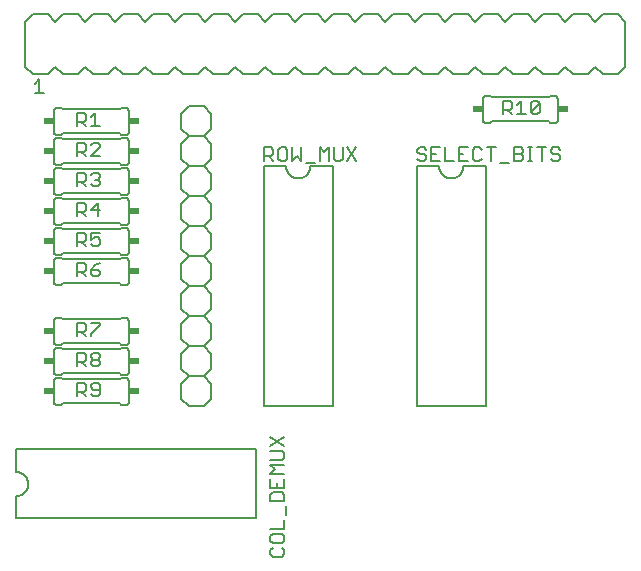
<source format=gto>
G75*
%MOIN*%
%OFA0B0*%
%FSLAX25Y25*%
%IPPOS*%
%LPD*%
%AMOC8*
5,1,8,0,0,1.08239X$1,22.5*
%
%ADD10C,0.00600*%
%ADD11C,0.00500*%
%ADD12R,0.03400X0.02400*%
D10*
X0026492Y0050118D02*
X0026492Y0057618D01*
X0026618Y0057620D01*
X0026743Y0057626D01*
X0026868Y0057636D01*
X0026993Y0057650D01*
X0027118Y0057667D01*
X0027242Y0057689D01*
X0027365Y0057714D01*
X0027487Y0057744D01*
X0027608Y0057777D01*
X0027728Y0057814D01*
X0027847Y0057854D01*
X0027964Y0057899D01*
X0028081Y0057947D01*
X0028195Y0057999D01*
X0028308Y0058054D01*
X0028419Y0058113D01*
X0028528Y0058175D01*
X0028635Y0058241D01*
X0028740Y0058310D01*
X0028843Y0058382D01*
X0028944Y0058457D01*
X0029042Y0058536D01*
X0029137Y0058618D01*
X0029230Y0058702D01*
X0029320Y0058790D01*
X0029408Y0058880D01*
X0029492Y0058973D01*
X0029574Y0059068D01*
X0029653Y0059166D01*
X0029728Y0059267D01*
X0029800Y0059370D01*
X0029869Y0059475D01*
X0029935Y0059582D01*
X0029997Y0059691D01*
X0030056Y0059802D01*
X0030111Y0059915D01*
X0030163Y0060029D01*
X0030211Y0060146D01*
X0030256Y0060263D01*
X0030296Y0060382D01*
X0030333Y0060502D01*
X0030366Y0060623D01*
X0030396Y0060745D01*
X0030421Y0060868D01*
X0030443Y0060992D01*
X0030460Y0061117D01*
X0030474Y0061242D01*
X0030484Y0061367D01*
X0030490Y0061492D01*
X0030492Y0061618D01*
X0030490Y0061744D01*
X0030484Y0061869D01*
X0030474Y0061994D01*
X0030460Y0062119D01*
X0030443Y0062244D01*
X0030421Y0062368D01*
X0030396Y0062491D01*
X0030366Y0062613D01*
X0030333Y0062734D01*
X0030296Y0062854D01*
X0030256Y0062973D01*
X0030211Y0063090D01*
X0030163Y0063207D01*
X0030111Y0063321D01*
X0030056Y0063434D01*
X0029997Y0063545D01*
X0029935Y0063654D01*
X0029869Y0063761D01*
X0029800Y0063866D01*
X0029728Y0063969D01*
X0029653Y0064070D01*
X0029574Y0064168D01*
X0029492Y0064263D01*
X0029408Y0064356D01*
X0029320Y0064446D01*
X0029230Y0064534D01*
X0029137Y0064618D01*
X0029042Y0064700D01*
X0028944Y0064779D01*
X0028843Y0064854D01*
X0028740Y0064926D01*
X0028635Y0064995D01*
X0028528Y0065061D01*
X0028419Y0065123D01*
X0028308Y0065182D01*
X0028195Y0065237D01*
X0028081Y0065289D01*
X0027964Y0065337D01*
X0027847Y0065382D01*
X0027728Y0065422D01*
X0027608Y0065459D01*
X0027487Y0065492D01*
X0027365Y0065522D01*
X0027242Y0065547D01*
X0027118Y0065569D01*
X0026993Y0065586D01*
X0026868Y0065600D01*
X0026743Y0065610D01*
X0026618Y0065616D01*
X0026492Y0065618D01*
X0026492Y0073118D01*
X0106492Y0073118D01*
X0106492Y0050118D01*
X0026492Y0050118D01*
X0040000Y0088000D02*
X0041500Y0088000D01*
X0042000Y0088500D01*
X0061000Y0088500D01*
X0061500Y0088000D01*
X0063000Y0088000D01*
X0063060Y0088002D01*
X0063121Y0088007D01*
X0063180Y0088016D01*
X0063239Y0088029D01*
X0063298Y0088045D01*
X0063355Y0088065D01*
X0063410Y0088088D01*
X0063465Y0088115D01*
X0063517Y0088144D01*
X0063568Y0088177D01*
X0063617Y0088213D01*
X0063663Y0088251D01*
X0063707Y0088293D01*
X0063749Y0088337D01*
X0063787Y0088383D01*
X0063823Y0088432D01*
X0063856Y0088483D01*
X0063885Y0088535D01*
X0063912Y0088590D01*
X0063935Y0088645D01*
X0063955Y0088702D01*
X0063971Y0088761D01*
X0063984Y0088820D01*
X0063993Y0088879D01*
X0063998Y0088940D01*
X0064000Y0089000D01*
X0064000Y0096000D01*
X0063998Y0096060D01*
X0063993Y0096121D01*
X0063984Y0096180D01*
X0063971Y0096239D01*
X0063955Y0096298D01*
X0063935Y0096355D01*
X0063912Y0096410D01*
X0063885Y0096465D01*
X0063856Y0096517D01*
X0063823Y0096568D01*
X0063787Y0096617D01*
X0063749Y0096663D01*
X0063707Y0096707D01*
X0063663Y0096749D01*
X0063617Y0096787D01*
X0063568Y0096823D01*
X0063517Y0096856D01*
X0063465Y0096885D01*
X0063410Y0096912D01*
X0063355Y0096935D01*
X0063298Y0096955D01*
X0063239Y0096971D01*
X0063180Y0096984D01*
X0063121Y0096993D01*
X0063060Y0096998D01*
X0063000Y0097000D01*
X0061500Y0097000D01*
X0061000Y0096500D01*
X0042000Y0096500D01*
X0041500Y0097000D01*
X0040000Y0097000D01*
X0040000Y0098000D02*
X0041500Y0098000D01*
X0042000Y0098500D01*
X0061000Y0098500D01*
X0061500Y0098000D01*
X0063000Y0098000D01*
X0063060Y0098002D01*
X0063121Y0098007D01*
X0063180Y0098016D01*
X0063239Y0098029D01*
X0063298Y0098045D01*
X0063355Y0098065D01*
X0063410Y0098088D01*
X0063465Y0098115D01*
X0063517Y0098144D01*
X0063568Y0098177D01*
X0063617Y0098213D01*
X0063663Y0098251D01*
X0063707Y0098293D01*
X0063749Y0098337D01*
X0063787Y0098383D01*
X0063823Y0098432D01*
X0063856Y0098483D01*
X0063885Y0098535D01*
X0063912Y0098590D01*
X0063935Y0098645D01*
X0063955Y0098702D01*
X0063971Y0098761D01*
X0063984Y0098820D01*
X0063993Y0098879D01*
X0063998Y0098940D01*
X0064000Y0099000D01*
X0064000Y0106000D01*
X0063998Y0106060D01*
X0063993Y0106121D01*
X0063984Y0106180D01*
X0063971Y0106239D01*
X0063955Y0106298D01*
X0063935Y0106355D01*
X0063912Y0106410D01*
X0063885Y0106465D01*
X0063856Y0106517D01*
X0063823Y0106568D01*
X0063787Y0106617D01*
X0063749Y0106663D01*
X0063707Y0106707D01*
X0063663Y0106749D01*
X0063617Y0106787D01*
X0063568Y0106823D01*
X0063517Y0106856D01*
X0063465Y0106885D01*
X0063410Y0106912D01*
X0063355Y0106935D01*
X0063298Y0106955D01*
X0063239Y0106971D01*
X0063180Y0106984D01*
X0063121Y0106993D01*
X0063060Y0106998D01*
X0063000Y0107000D01*
X0061500Y0107000D01*
X0061000Y0106500D01*
X0042000Y0106500D01*
X0041500Y0107000D01*
X0040000Y0107000D01*
X0039940Y0106998D01*
X0039879Y0106993D01*
X0039820Y0106984D01*
X0039761Y0106971D01*
X0039702Y0106955D01*
X0039645Y0106935D01*
X0039590Y0106912D01*
X0039535Y0106885D01*
X0039483Y0106856D01*
X0039432Y0106823D01*
X0039383Y0106787D01*
X0039337Y0106749D01*
X0039293Y0106707D01*
X0039251Y0106663D01*
X0039213Y0106617D01*
X0039177Y0106568D01*
X0039144Y0106517D01*
X0039115Y0106465D01*
X0039088Y0106410D01*
X0039065Y0106355D01*
X0039045Y0106298D01*
X0039029Y0106239D01*
X0039016Y0106180D01*
X0039007Y0106121D01*
X0039002Y0106060D01*
X0039000Y0106000D01*
X0039000Y0099000D01*
X0039002Y0098940D01*
X0039007Y0098879D01*
X0039016Y0098820D01*
X0039029Y0098761D01*
X0039045Y0098702D01*
X0039065Y0098645D01*
X0039088Y0098590D01*
X0039115Y0098535D01*
X0039144Y0098483D01*
X0039177Y0098432D01*
X0039213Y0098383D01*
X0039251Y0098337D01*
X0039293Y0098293D01*
X0039337Y0098251D01*
X0039383Y0098213D01*
X0039432Y0098177D01*
X0039483Y0098144D01*
X0039535Y0098115D01*
X0039590Y0098088D01*
X0039645Y0098065D01*
X0039702Y0098045D01*
X0039761Y0098029D01*
X0039820Y0098016D01*
X0039879Y0098007D01*
X0039940Y0098002D01*
X0040000Y0098000D01*
X0040000Y0097000D02*
X0039940Y0096998D01*
X0039879Y0096993D01*
X0039820Y0096984D01*
X0039761Y0096971D01*
X0039702Y0096955D01*
X0039645Y0096935D01*
X0039590Y0096912D01*
X0039535Y0096885D01*
X0039483Y0096856D01*
X0039432Y0096823D01*
X0039383Y0096787D01*
X0039337Y0096749D01*
X0039293Y0096707D01*
X0039251Y0096663D01*
X0039213Y0096617D01*
X0039177Y0096568D01*
X0039144Y0096517D01*
X0039115Y0096465D01*
X0039088Y0096410D01*
X0039065Y0096355D01*
X0039045Y0096298D01*
X0039029Y0096239D01*
X0039016Y0096180D01*
X0039007Y0096121D01*
X0039002Y0096060D01*
X0039000Y0096000D01*
X0039000Y0089000D01*
X0039002Y0088940D01*
X0039007Y0088879D01*
X0039016Y0088820D01*
X0039029Y0088761D01*
X0039045Y0088702D01*
X0039065Y0088645D01*
X0039088Y0088590D01*
X0039115Y0088535D01*
X0039144Y0088483D01*
X0039177Y0088432D01*
X0039213Y0088383D01*
X0039251Y0088337D01*
X0039293Y0088293D01*
X0039337Y0088251D01*
X0039383Y0088213D01*
X0039432Y0088177D01*
X0039483Y0088144D01*
X0039535Y0088115D01*
X0039590Y0088088D01*
X0039645Y0088065D01*
X0039702Y0088045D01*
X0039761Y0088029D01*
X0039820Y0088016D01*
X0039879Y0088007D01*
X0039940Y0088002D01*
X0040000Y0088000D01*
X0040000Y0108000D02*
X0041500Y0108000D01*
X0042000Y0108500D01*
X0061000Y0108500D01*
X0061500Y0108000D01*
X0063000Y0108000D01*
X0063060Y0108002D01*
X0063121Y0108007D01*
X0063180Y0108016D01*
X0063239Y0108029D01*
X0063298Y0108045D01*
X0063355Y0108065D01*
X0063410Y0108088D01*
X0063465Y0108115D01*
X0063517Y0108144D01*
X0063568Y0108177D01*
X0063617Y0108213D01*
X0063663Y0108251D01*
X0063707Y0108293D01*
X0063749Y0108337D01*
X0063787Y0108383D01*
X0063823Y0108432D01*
X0063856Y0108483D01*
X0063885Y0108535D01*
X0063912Y0108590D01*
X0063935Y0108645D01*
X0063955Y0108702D01*
X0063971Y0108761D01*
X0063984Y0108820D01*
X0063993Y0108879D01*
X0063998Y0108940D01*
X0064000Y0109000D01*
X0064000Y0116000D01*
X0063998Y0116060D01*
X0063993Y0116121D01*
X0063984Y0116180D01*
X0063971Y0116239D01*
X0063955Y0116298D01*
X0063935Y0116355D01*
X0063912Y0116410D01*
X0063885Y0116465D01*
X0063856Y0116517D01*
X0063823Y0116568D01*
X0063787Y0116617D01*
X0063749Y0116663D01*
X0063707Y0116707D01*
X0063663Y0116749D01*
X0063617Y0116787D01*
X0063568Y0116823D01*
X0063517Y0116856D01*
X0063465Y0116885D01*
X0063410Y0116912D01*
X0063355Y0116935D01*
X0063298Y0116955D01*
X0063239Y0116971D01*
X0063180Y0116984D01*
X0063121Y0116993D01*
X0063060Y0116998D01*
X0063000Y0117000D01*
X0061500Y0117000D01*
X0061000Y0116500D01*
X0042000Y0116500D01*
X0041500Y0117000D01*
X0040000Y0117000D01*
X0039940Y0116998D01*
X0039879Y0116993D01*
X0039820Y0116984D01*
X0039761Y0116971D01*
X0039702Y0116955D01*
X0039645Y0116935D01*
X0039590Y0116912D01*
X0039535Y0116885D01*
X0039483Y0116856D01*
X0039432Y0116823D01*
X0039383Y0116787D01*
X0039337Y0116749D01*
X0039293Y0116707D01*
X0039251Y0116663D01*
X0039213Y0116617D01*
X0039177Y0116568D01*
X0039144Y0116517D01*
X0039115Y0116465D01*
X0039088Y0116410D01*
X0039065Y0116355D01*
X0039045Y0116298D01*
X0039029Y0116239D01*
X0039016Y0116180D01*
X0039007Y0116121D01*
X0039002Y0116060D01*
X0039000Y0116000D01*
X0039000Y0109000D01*
X0039002Y0108940D01*
X0039007Y0108879D01*
X0039016Y0108820D01*
X0039029Y0108761D01*
X0039045Y0108702D01*
X0039065Y0108645D01*
X0039088Y0108590D01*
X0039115Y0108535D01*
X0039144Y0108483D01*
X0039177Y0108432D01*
X0039213Y0108383D01*
X0039251Y0108337D01*
X0039293Y0108293D01*
X0039337Y0108251D01*
X0039383Y0108213D01*
X0039432Y0108177D01*
X0039483Y0108144D01*
X0039535Y0108115D01*
X0039590Y0108088D01*
X0039645Y0108065D01*
X0039702Y0108045D01*
X0039761Y0108029D01*
X0039820Y0108016D01*
X0039879Y0108007D01*
X0039940Y0108002D01*
X0040000Y0108000D01*
X0040000Y0128000D02*
X0041500Y0128000D01*
X0042000Y0128500D01*
X0061000Y0128500D01*
X0061500Y0128000D01*
X0063000Y0128000D01*
X0063060Y0128002D01*
X0063121Y0128007D01*
X0063180Y0128016D01*
X0063239Y0128029D01*
X0063298Y0128045D01*
X0063355Y0128065D01*
X0063410Y0128088D01*
X0063465Y0128115D01*
X0063517Y0128144D01*
X0063568Y0128177D01*
X0063617Y0128213D01*
X0063663Y0128251D01*
X0063707Y0128293D01*
X0063749Y0128337D01*
X0063787Y0128383D01*
X0063823Y0128432D01*
X0063856Y0128483D01*
X0063885Y0128535D01*
X0063912Y0128590D01*
X0063935Y0128645D01*
X0063955Y0128702D01*
X0063971Y0128761D01*
X0063984Y0128820D01*
X0063993Y0128879D01*
X0063998Y0128940D01*
X0064000Y0129000D01*
X0064000Y0136000D01*
X0063998Y0136060D01*
X0063993Y0136121D01*
X0063984Y0136180D01*
X0063971Y0136239D01*
X0063955Y0136298D01*
X0063935Y0136355D01*
X0063912Y0136410D01*
X0063885Y0136465D01*
X0063856Y0136517D01*
X0063823Y0136568D01*
X0063787Y0136617D01*
X0063749Y0136663D01*
X0063707Y0136707D01*
X0063663Y0136749D01*
X0063617Y0136787D01*
X0063568Y0136823D01*
X0063517Y0136856D01*
X0063465Y0136885D01*
X0063410Y0136912D01*
X0063355Y0136935D01*
X0063298Y0136955D01*
X0063239Y0136971D01*
X0063180Y0136984D01*
X0063121Y0136993D01*
X0063060Y0136998D01*
X0063000Y0137000D01*
X0061500Y0137000D01*
X0061000Y0136500D01*
X0042000Y0136500D01*
X0041500Y0137000D01*
X0040000Y0137000D01*
X0040000Y0138000D02*
X0041500Y0138000D01*
X0042000Y0138500D01*
X0061000Y0138500D01*
X0061500Y0138000D01*
X0063000Y0138000D01*
X0063060Y0138002D01*
X0063121Y0138007D01*
X0063180Y0138016D01*
X0063239Y0138029D01*
X0063298Y0138045D01*
X0063355Y0138065D01*
X0063410Y0138088D01*
X0063465Y0138115D01*
X0063517Y0138144D01*
X0063568Y0138177D01*
X0063617Y0138213D01*
X0063663Y0138251D01*
X0063707Y0138293D01*
X0063749Y0138337D01*
X0063787Y0138383D01*
X0063823Y0138432D01*
X0063856Y0138483D01*
X0063885Y0138535D01*
X0063912Y0138590D01*
X0063935Y0138645D01*
X0063955Y0138702D01*
X0063971Y0138761D01*
X0063984Y0138820D01*
X0063993Y0138879D01*
X0063998Y0138940D01*
X0064000Y0139000D01*
X0064000Y0146000D01*
X0063998Y0146060D01*
X0063993Y0146121D01*
X0063984Y0146180D01*
X0063971Y0146239D01*
X0063955Y0146298D01*
X0063935Y0146355D01*
X0063912Y0146410D01*
X0063885Y0146465D01*
X0063856Y0146517D01*
X0063823Y0146568D01*
X0063787Y0146617D01*
X0063749Y0146663D01*
X0063707Y0146707D01*
X0063663Y0146749D01*
X0063617Y0146787D01*
X0063568Y0146823D01*
X0063517Y0146856D01*
X0063465Y0146885D01*
X0063410Y0146912D01*
X0063355Y0146935D01*
X0063298Y0146955D01*
X0063239Y0146971D01*
X0063180Y0146984D01*
X0063121Y0146993D01*
X0063060Y0146998D01*
X0063000Y0147000D01*
X0061500Y0147000D01*
X0061000Y0146500D01*
X0042000Y0146500D01*
X0041500Y0147000D01*
X0040000Y0147000D01*
X0039940Y0146998D01*
X0039879Y0146993D01*
X0039820Y0146984D01*
X0039761Y0146971D01*
X0039702Y0146955D01*
X0039645Y0146935D01*
X0039590Y0146912D01*
X0039535Y0146885D01*
X0039483Y0146856D01*
X0039432Y0146823D01*
X0039383Y0146787D01*
X0039337Y0146749D01*
X0039293Y0146707D01*
X0039251Y0146663D01*
X0039213Y0146617D01*
X0039177Y0146568D01*
X0039144Y0146517D01*
X0039115Y0146465D01*
X0039088Y0146410D01*
X0039065Y0146355D01*
X0039045Y0146298D01*
X0039029Y0146239D01*
X0039016Y0146180D01*
X0039007Y0146121D01*
X0039002Y0146060D01*
X0039000Y0146000D01*
X0039000Y0139000D01*
X0039002Y0138940D01*
X0039007Y0138879D01*
X0039016Y0138820D01*
X0039029Y0138761D01*
X0039045Y0138702D01*
X0039065Y0138645D01*
X0039088Y0138590D01*
X0039115Y0138535D01*
X0039144Y0138483D01*
X0039177Y0138432D01*
X0039213Y0138383D01*
X0039251Y0138337D01*
X0039293Y0138293D01*
X0039337Y0138251D01*
X0039383Y0138213D01*
X0039432Y0138177D01*
X0039483Y0138144D01*
X0039535Y0138115D01*
X0039590Y0138088D01*
X0039645Y0138065D01*
X0039702Y0138045D01*
X0039761Y0138029D01*
X0039820Y0138016D01*
X0039879Y0138007D01*
X0039940Y0138002D01*
X0040000Y0138000D01*
X0040000Y0137000D02*
X0039940Y0136998D01*
X0039879Y0136993D01*
X0039820Y0136984D01*
X0039761Y0136971D01*
X0039702Y0136955D01*
X0039645Y0136935D01*
X0039590Y0136912D01*
X0039535Y0136885D01*
X0039483Y0136856D01*
X0039432Y0136823D01*
X0039383Y0136787D01*
X0039337Y0136749D01*
X0039293Y0136707D01*
X0039251Y0136663D01*
X0039213Y0136617D01*
X0039177Y0136568D01*
X0039144Y0136517D01*
X0039115Y0136465D01*
X0039088Y0136410D01*
X0039065Y0136355D01*
X0039045Y0136298D01*
X0039029Y0136239D01*
X0039016Y0136180D01*
X0039007Y0136121D01*
X0039002Y0136060D01*
X0039000Y0136000D01*
X0039000Y0129000D01*
X0039002Y0128940D01*
X0039007Y0128879D01*
X0039016Y0128820D01*
X0039029Y0128761D01*
X0039045Y0128702D01*
X0039065Y0128645D01*
X0039088Y0128590D01*
X0039115Y0128535D01*
X0039144Y0128483D01*
X0039177Y0128432D01*
X0039213Y0128383D01*
X0039251Y0128337D01*
X0039293Y0128293D01*
X0039337Y0128251D01*
X0039383Y0128213D01*
X0039432Y0128177D01*
X0039483Y0128144D01*
X0039535Y0128115D01*
X0039590Y0128088D01*
X0039645Y0128065D01*
X0039702Y0128045D01*
X0039761Y0128029D01*
X0039820Y0128016D01*
X0039879Y0128007D01*
X0039940Y0128002D01*
X0040000Y0128000D01*
X0040000Y0148000D02*
X0041500Y0148000D01*
X0042000Y0148500D01*
X0061000Y0148500D01*
X0061500Y0148000D01*
X0063000Y0148000D01*
X0063060Y0148002D01*
X0063121Y0148007D01*
X0063180Y0148016D01*
X0063239Y0148029D01*
X0063298Y0148045D01*
X0063355Y0148065D01*
X0063410Y0148088D01*
X0063465Y0148115D01*
X0063517Y0148144D01*
X0063568Y0148177D01*
X0063617Y0148213D01*
X0063663Y0148251D01*
X0063707Y0148293D01*
X0063749Y0148337D01*
X0063787Y0148383D01*
X0063823Y0148432D01*
X0063856Y0148483D01*
X0063885Y0148535D01*
X0063912Y0148590D01*
X0063935Y0148645D01*
X0063955Y0148702D01*
X0063971Y0148761D01*
X0063984Y0148820D01*
X0063993Y0148879D01*
X0063998Y0148940D01*
X0064000Y0149000D01*
X0064000Y0156000D01*
X0063998Y0156060D01*
X0063993Y0156121D01*
X0063984Y0156180D01*
X0063971Y0156239D01*
X0063955Y0156298D01*
X0063935Y0156355D01*
X0063912Y0156410D01*
X0063885Y0156465D01*
X0063856Y0156517D01*
X0063823Y0156568D01*
X0063787Y0156617D01*
X0063749Y0156663D01*
X0063707Y0156707D01*
X0063663Y0156749D01*
X0063617Y0156787D01*
X0063568Y0156823D01*
X0063517Y0156856D01*
X0063465Y0156885D01*
X0063410Y0156912D01*
X0063355Y0156935D01*
X0063298Y0156955D01*
X0063239Y0156971D01*
X0063180Y0156984D01*
X0063121Y0156993D01*
X0063060Y0156998D01*
X0063000Y0157000D01*
X0061500Y0157000D01*
X0061000Y0156500D01*
X0042000Y0156500D01*
X0041500Y0157000D01*
X0040000Y0157000D01*
X0040000Y0158000D02*
X0041500Y0158000D01*
X0042000Y0158500D01*
X0061000Y0158500D01*
X0061500Y0158000D01*
X0063000Y0158000D01*
X0063060Y0158002D01*
X0063121Y0158007D01*
X0063180Y0158016D01*
X0063239Y0158029D01*
X0063298Y0158045D01*
X0063355Y0158065D01*
X0063410Y0158088D01*
X0063465Y0158115D01*
X0063517Y0158144D01*
X0063568Y0158177D01*
X0063617Y0158213D01*
X0063663Y0158251D01*
X0063707Y0158293D01*
X0063749Y0158337D01*
X0063787Y0158383D01*
X0063823Y0158432D01*
X0063856Y0158483D01*
X0063885Y0158535D01*
X0063912Y0158590D01*
X0063935Y0158645D01*
X0063955Y0158702D01*
X0063971Y0158761D01*
X0063984Y0158820D01*
X0063993Y0158879D01*
X0063998Y0158940D01*
X0064000Y0159000D01*
X0064000Y0166000D01*
X0063998Y0166060D01*
X0063993Y0166121D01*
X0063984Y0166180D01*
X0063971Y0166239D01*
X0063955Y0166298D01*
X0063935Y0166355D01*
X0063912Y0166410D01*
X0063885Y0166465D01*
X0063856Y0166517D01*
X0063823Y0166568D01*
X0063787Y0166617D01*
X0063749Y0166663D01*
X0063707Y0166707D01*
X0063663Y0166749D01*
X0063617Y0166787D01*
X0063568Y0166823D01*
X0063517Y0166856D01*
X0063465Y0166885D01*
X0063410Y0166912D01*
X0063355Y0166935D01*
X0063298Y0166955D01*
X0063239Y0166971D01*
X0063180Y0166984D01*
X0063121Y0166993D01*
X0063060Y0166998D01*
X0063000Y0167000D01*
X0061500Y0167000D01*
X0061000Y0166500D01*
X0042000Y0166500D01*
X0041500Y0167000D01*
X0040000Y0167000D01*
X0039940Y0166998D01*
X0039879Y0166993D01*
X0039820Y0166984D01*
X0039761Y0166971D01*
X0039702Y0166955D01*
X0039645Y0166935D01*
X0039590Y0166912D01*
X0039535Y0166885D01*
X0039483Y0166856D01*
X0039432Y0166823D01*
X0039383Y0166787D01*
X0039337Y0166749D01*
X0039293Y0166707D01*
X0039251Y0166663D01*
X0039213Y0166617D01*
X0039177Y0166568D01*
X0039144Y0166517D01*
X0039115Y0166465D01*
X0039088Y0166410D01*
X0039065Y0166355D01*
X0039045Y0166298D01*
X0039029Y0166239D01*
X0039016Y0166180D01*
X0039007Y0166121D01*
X0039002Y0166060D01*
X0039000Y0166000D01*
X0039000Y0159000D01*
X0039002Y0158940D01*
X0039007Y0158879D01*
X0039016Y0158820D01*
X0039029Y0158761D01*
X0039045Y0158702D01*
X0039065Y0158645D01*
X0039088Y0158590D01*
X0039115Y0158535D01*
X0039144Y0158483D01*
X0039177Y0158432D01*
X0039213Y0158383D01*
X0039251Y0158337D01*
X0039293Y0158293D01*
X0039337Y0158251D01*
X0039383Y0158213D01*
X0039432Y0158177D01*
X0039483Y0158144D01*
X0039535Y0158115D01*
X0039590Y0158088D01*
X0039645Y0158065D01*
X0039702Y0158045D01*
X0039761Y0158029D01*
X0039820Y0158016D01*
X0039879Y0158007D01*
X0039940Y0158002D01*
X0040000Y0158000D01*
X0040000Y0157000D02*
X0039940Y0156998D01*
X0039879Y0156993D01*
X0039820Y0156984D01*
X0039761Y0156971D01*
X0039702Y0156955D01*
X0039645Y0156935D01*
X0039590Y0156912D01*
X0039535Y0156885D01*
X0039483Y0156856D01*
X0039432Y0156823D01*
X0039383Y0156787D01*
X0039337Y0156749D01*
X0039293Y0156707D01*
X0039251Y0156663D01*
X0039213Y0156617D01*
X0039177Y0156568D01*
X0039144Y0156517D01*
X0039115Y0156465D01*
X0039088Y0156410D01*
X0039065Y0156355D01*
X0039045Y0156298D01*
X0039029Y0156239D01*
X0039016Y0156180D01*
X0039007Y0156121D01*
X0039002Y0156060D01*
X0039000Y0156000D01*
X0039000Y0149000D01*
X0039002Y0148940D01*
X0039007Y0148879D01*
X0039016Y0148820D01*
X0039029Y0148761D01*
X0039045Y0148702D01*
X0039065Y0148645D01*
X0039088Y0148590D01*
X0039115Y0148535D01*
X0039144Y0148483D01*
X0039177Y0148432D01*
X0039213Y0148383D01*
X0039251Y0148337D01*
X0039293Y0148293D01*
X0039337Y0148251D01*
X0039383Y0148213D01*
X0039432Y0148177D01*
X0039483Y0148144D01*
X0039535Y0148115D01*
X0039590Y0148088D01*
X0039645Y0148065D01*
X0039702Y0148045D01*
X0039761Y0148029D01*
X0039820Y0148016D01*
X0039879Y0148007D01*
X0039940Y0148002D01*
X0040000Y0148000D01*
X0040000Y0168000D02*
X0041500Y0168000D01*
X0042000Y0168500D01*
X0061000Y0168500D01*
X0061500Y0168000D01*
X0063000Y0168000D01*
X0063060Y0168002D01*
X0063121Y0168007D01*
X0063180Y0168016D01*
X0063239Y0168029D01*
X0063298Y0168045D01*
X0063355Y0168065D01*
X0063410Y0168088D01*
X0063465Y0168115D01*
X0063517Y0168144D01*
X0063568Y0168177D01*
X0063617Y0168213D01*
X0063663Y0168251D01*
X0063707Y0168293D01*
X0063749Y0168337D01*
X0063787Y0168383D01*
X0063823Y0168432D01*
X0063856Y0168483D01*
X0063885Y0168535D01*
X0063912Y0168590D01*
X0063935Y0168645D01*
X0063955Y0168702D01*
X0063971Y0168761D01*
X0063984Y0168820D01*
X0063993Y0168879D01*
X0063998Y0168940D01*
X0064000Y0169000D01*
X0064000Y0176000D01*
X0063998Y0176060D01*
X0063993Y0176121D01*
X0063984Y0176180D01*
X0063971Y0176239D01*
X0063955Y0176298D01*
X0063935Y0176355D01*
X0063912Y0176410D01*
X0063885Y0176465D01*
X0063856Y0176517D01*
X0063823Y0176568D01*
X0063787Y0176617D01*
X0063749Y0176663D01*
X0063707Y0176707D01*
X0063663Y0176749D01*
X0063617Y0176787D01*
X0063568Y0176823D01*
X0063517Y0176856D01*
X0063465Y0176885D01*
X0063410Y0176912D01*
X0063355Y0176935D01*
X0063298Y0176955D01*
X0063239Y0176971D01*
X0063180Y0176984D01*
X0063121Y0176993D01*
X0063060Y0176998D01*
X0063000Y0177000D01*
X0061500Y0177000D01*
X0061000Y0176500D01*
X0042000Y0176500D01*
X0041500Y0177000D01*
X0040000Y0177000D01*
X0040000Y0178000D02*
X0041500Y0178000D01*
X0042000Y0178500D01*
X0061000Y0178500D01*
X0061500Y0178000D01*
X0063000Y0178000D01*
X0063060Y0178002D01*
X0063121Y0178007D01*
X0063180Y0178016D01*
X0063239Y0178029D01*
X0063298Y0178045D01*
X0063355Y0178065D01*
X0063410Y0178088D01*
X0063465Y0178115D01*
X0063517Y0178144D01*
X0063568Y0178177D01*
X0063617Y0178213D01*
X0063663Y0178251D01*
X0063707Y0178293D01*
X0063749Y0178337D01*
X0063787Y0178383D01*
X0063823Y0178432D01*
X0063856Y0178483D01*
X0063885Y0178535D01*
X0063912Y0178590D01*
X0063935Y0178645D01*
X0063955Y0178702D01*
X0063971Y0178761D01*
X0063984Y0178820D01*
X0063993Y0178879D01*
X0063998Y0178940D01*
X0064000Y0179000D01*
X0064000Y0186000D01*
X0063998Y0186060D01*
X0063993Y0186121D01*
X0063984Y0186180D01*
X0063971Y0186239D01*
X0063955Y0186298D01*
X0063935Y0186355D01*
X0063912Y0186410D01*
X0063885Y0186465D01*
X0063856Y0186517D01*
X0063823Y0186568D01*
X0063787Y0186617D01*
X0063749Y0186663D01*
X0063707Y0186707D01*
X0063663Y0186749D01*
X0063617Y0186787D01*
X0063568Y0186823D01*
X0063517Y0186856D01*
X0063465Y0186885D01*
X0063410Y0186912D01*
X0063355Y0186935D01*
X0063298Y0186955D01*
X0063239Y0186971D01*
X0063180Y0186984D01*
X0063121Y0186993D01*
X0063060Y0186998D01*
X0063000Y0187000D01*
X0061500Y0187000D01*
X0061000Y0186500D01*
X0042000Y0186500D01*
X0041500Y0187000D01*
X0040000Y0187000D01*
X0039940Y0186998D01*
X0039879Y0186993D01*
X0039820Y0186984D01*
X0039761Y0186971D01*
X0039702Y0186955D01*
X0039645Y0186935D01*
X0039590Y0186912D01*
X0039535Y0186885D01*
X0039483Y0186856D01*
X0039432Y0186823D01*
X0039383Y0186787D01*
X0039337Y0186749D01*
X0039293Y0186707D01*
X0039251Y0186663D01*
X0039213Y0186617D01*
X0039177Y0186568D01*
X0039144Y0186517D01*
X0039115Y0186465D01*
X0039088Y0186410D01*
X0039065Y0186355D01*
X0039045Y0186298D01*
X0039029Y0186239D01*
X0039016Y0186180D01*
X0039007Y0186121D01*
X0039002Y0186060D01*
X0039000Y0186000D01*
X0039000Y0179000D01*
X0039002Y0178940D01*
X0039007Y0178879D01*
X0039016Y0178820D01*
X0039029Y0178761D01*
X0039045Y0178702D01*
X0039065Y0178645D01*
X0039088Y0178590D01*
X0039115Y0178535D01*
X0039144Y0178483D01*
X0039177Y0178432D01*
X0039213Y0178383D01*
X0039251Y0178337D01*
X0039293Y0178293D01*
X0039337Y0178251D01*
X0039383Y0178213D01*
X0039432Y0178177D01*
X0039483Y0178144D01*
X0039535Y0178115D01*
X0039590Y0178088D01*
X0039645Y0178065D01*
X0039702Y0178045D01*
X0039761Y0178029D01*
X0039820Y0178016D01*
X0039879Y0178007D01*
X0039940Y0178002D01*
X0040000Y0178000D01*
X0040000Y0177000D02*
X0039940Y0176998D01*
X0039879Y0176993D01*
X0039820Y0176984D01*
X0039761Y0176971D01*
X0039702Y0176955D01*
X0039645Y0176935D01*
X0039590Y0176912D01*
X0039535Y0176885D01*
X0039483Y0176856D01*
X0039432Y0176823D01*
X0039383Y0176787D01*
X0039337Y0176749D01*
X0039293Y0176707D01*
X0039251Y0176663D01*
X0039213Y0176617D01*
X0039177Y0176568D01*
X0039144Y0176517D01*
X0039115Y0176465D01*
X0039088Y0176410D01*
X0039065Y0176355D01*
X0039045Y0176298D01*
X0039029Y0176239D01*
X0039016Y0176180D01*
X0039007Y0176121D01*
X0039002Y0176060D01*
X0039000Y0176000D01*
X0039000Y0169000D01*
X0039002Y0168940D01*
X0039007Y0168879D01*
X0039016Y0168820D01*
X0039029Y0168761D01*
X0039045Y0168702D01*
X0039065Y0168645D01*
X0039088Y0168590D01*
X0039115Y0168535D01*
X0039144Y0168483D01*
X0039177Y0168432D01*
X0039213Y0168383D01*
X0039251Y0168337D01*
X0039293Y0168293D01*
X0039337Y0168251D01*
X0039383Y0168213D01*
X0039432Y0168177D01*
X0039483Y0168144D01*
X0039535Y0168115D01*
X0039590Y0168088D01*
X0039645Y0168065D01*
X0039702Y0168045D01*
X0039761Y0168029D01*
X0039820Y0168016D01*
X0039879Y0168007D01*
X0039940Y0168002D01*
X0040000Y0168000D01*
X0041953Y0198193D02*
X0039453Y0200693D01*
X0036953Y0198193D01*
X0031953Y0198193D01*
X0029453Y0200693D01*
X0029453Y0215693D01*
X0031953Y0218193D01*
X0036953Y0218193D01*
X0039453Y0215693D01*
X0041953Y0218193D01*
X0046953Y0218193D01*
X0049453Y0215693D01*
X0051953Y0218193D01*
X0056953Y0218193D01*
X0059453Y0215693D01*
X0061953Y0218193D01*
X0066953Y0218193D01*
X0069453Y0215693D01*
X0071953Y0218193D01*
X0076953Y0218193D01*
X0079453Y0215693D01*
X0081953Y0218193D01*
X0086953Y0218193D01*
X0089453Y0215693D01*
X0091953Y0218193D01*
X0096953Y0218193D01*
X0099453Y0215693D01*
X0101953Y0218193D01*
X0106953Y0218193D01*
X0109453Y0215693D01*
X0111953Y0218193D01*
X0116953Y0218193D01*
X0119453Y0215693D01*
X0121953Y0218193D01*
X0126953Y0218193D01*
X0129453Y0215693D01*
X0131953Y0218193D01*
X0136953Y0218193D01*
X0139453Y0215693D01*
X0141953Y0218193D01*
X0146953Y0218193D01*
X0149453Y0215693D01*
X0151953Y0218193D01*
X0156953Y0218193D01*
X0159453Y0215693D01*
X0161953Y0218193D01*
X0166953Y0218193D01*
X0169453Y0215693D01*
X0171953Y0218193D01*
X0176953Y0218193D01*
X0179453Y0215693D01*
X0181953Y0218193D01*
X0186953Y0218193D01*
X0189453Y0215693D01*
X0191953Y0218193D01*
X0196953Y0218193D01*
X0199453Y0215693D01*
X0201953Y0218193D01*
X0206953Y0218193D01*
X0209453Y0215693D01*
X0211953Y0218193D01*
X0216953Y0218193D01*
X0219453Y0215693D01*
X0221953Y0218193D01*
X0226953Y0218193D01*
X0229453Y0215693D01*
X0229453Y0200693D01*
X0226953Y0198193D01*
X0221953Y0198193D01*
X0219453Y0200693D01*
X0216953Y0198193D01*
X0211953Y0198193D01*
X0209453Y0200693D01*
X0206953Y0198193D01*
X0201953Y0198193D01*
X0199453Y0200693D01*
X0196953Y0198193D01*
X0191953Y0198193D01*
X0189453Y0200693D01*
X0186953Y0198193D01*
X0181953Y0198193D01*
X0179453Y0200693D01*
X0176953Y0198193D01*
X0171953Y0198193D01*
X0169453Y0200693D01*
X0166953Y0198193D01*
X0161953Y0198193D01*
X0159453Y0200693D01*
X0156953Y0198193D01*
X0151953Y0198193D01*
X0149453Y0200693D01*
X0146953Y0198193D01*
X0141953Y0198193D01*
X0139453Y0200693D01*
X0136953Y0198193D01*
X0131953Y0198193D01*
X0129453Y0200693D01*
X0126953Y0198193D01*
X0121953Y0198193D01*
X0119453Y0200693D01*
X0116953Y0198193D01*
X0111953Y0198193D01*
X0109453Y0200693D01*
X0106953Y0198193D01*
X0101953Y0198193D01*
X0099453Y0200693D01*
X0096953Y0198193D01*
X0091953Y0198193D01*
X0089453Y0200693D01*
X0086953Y0198193D01*
X0081953Y0198193D01*
X0079453Y0200693D01*
X0076953Y0198193D01*
X0071953Y0198193D01*
X0069453Y0200693D01*
X0066953Y0198193D01*
X0061953Y0198193D01*
X0059453Y0200693D01*
X0056953Y0198193D01*
X0051953Y0198193D01*
X0049453Y0200693D01*
X0046953Y0198193D01*
X0041953Y0198193D01*
X0081500Y0185000D02*
X0081500Y0180000D01*
X0084000Y0177500D01*
X0081500Y0175000D01*
X0081500Y0170000D01*
X0084000Y0167500D01*
X0089000Y0167500D01*
X0091500Y0170000D01*
X0091500Y0175000D01*
X0089000Y0177500D01*
X0084000Y0177500D01*
X0089000Y0177500D02*
X0091500Y0180000D01*
X0091500Y0185000D01*
X0089000Y0187500D01*
X0084000Y0187500D01*
X0081500Y0185000D01*
X0084000Y0167500D02*
X0081500Y0165000D01*
X0081500Y0160000D01*
X0084000Y0157500D01*
X0081500Y0155000D01*
X0081500Y0150000D01*
X0084000Y0147500D01*
X0081500Y0145000D01*
X0081500Y0140000D01*
X0084000Y0137500D01*
X0089000Y0137500D01*
X0091500Y0140000D01*
X0091500Y0145000D01*
X0089000Y0147500D01*
X0084000Y0147500D01*
X0089000Y0147500D02*
X0091500Y0150000D01*
X0091500Y0155000D01*
X0089000Y0157500D01*
X0084000Y0157500D01*
X0089000Y0157500D02*
X0091500Y0160000D01*
X0091500Y0165000D01*
X0089000Y0167500D01*
X0109000Y0167500D02*
X0116500Y0167500D01*
X0116502Y0167374D01*
X0116508Y0167249D01*
X0116518Y0167124D01*
X0116532Y0166999D01*
X0116549Y0166874D01*
X0116571Y0166750D01*
X0116596Y0166627D01*
X0116626Y0166505D01*
X0116659Y0166384D01*
X0116696Y0166264D01*
X0116736Y0166145D01*
X0116781Y0166028D01*
X0116829Y0165911D01*
X0116881Y0165797D01*
X0116936Y0165684D01*
X0116995Y0165573D01*
X0117057Y0165464D01*
X0117123Y0165357D01*
X0117192Y0165252D01*
X0117264Y0165149D01*
X0117339Y0165048D01*
X0117418Y0164950D01*
X0117500Y0164855D01*
X0117584Y0164762D01*
X0117672Y0164672D01*
X0117762Y0164584D01*
X0117855Y0164500D01*
X0117950Y0164418D01*
X0118048Y0164339D01*
X0118149Y0164264D01*
X0118252Y0164192D01*
X0118357Y0164123D01*
X0118464Y0164057D01*
X0118573Y0163995D01*
X0118684Y0163936D01*
X0118797Y0163881D01*
X0118911Y0163829D01*
X0119028Y0163781D01*
X0119145Y0163736D01*
X0119264Y0163696D01*
X0119384Y0163659D01*
X0119505Y0163626D01*
X0119627Y0163596D01*
X0119750Y0163571D01*
X0119874Y0163549D01*
X0119999Y0163532D01*
X0120124Y0163518D01*
X0120249Y0163508D01*
X0120374Y0163502D01*
X0120500Y0163500D01*
X0120626Y0163502D01*
X0120751Y0163508D01*
X0120876Y0163518D01*
X0121001Y0163532D01*
X0121126Y0163549D01*
X0121250Y0163571D01*
X0121373Y0163596D01*
X0121495Y0163626D01*
X0121616Y0163659D01*
X0121736Y0163696D01*
X0121855Y0163736D01*
X0121972Y0163781D01*
X0122089Y0163829D01*
X0122203Y0163881D01*
X0122316Y0163936D01*
X0122427Y0163995D01*
X0122536Y0164057D01*
X0122643Y0164123D01*
X0122748Y0164192D01*
X0122851Y0164264D01*
X0122952Y0164339D01*
X0123050Y0164418D01*
X0123145Y0164500D01*
X0123238Y0164584D01*
X0123328Y0164672D01*
X0123416Y0164762D01*
X0123500Y0164855D01*
X0123582Y0164950D01*
X0123661Y0165048D01*
X0123736Y0165149D01*
X0123808Y0165252D01*
X0123877Y0165357D01*
X0123943Y0165464D01*
X0124005Y0165573D01*
X0124064Y0165684D01*
X0124119Y0165797D01*
X0124171Y0165911D01*
X0124219Y0166028D01*
X0124264Y0166145D01*
X0124304Y0166264D01*
X0124341Y0166384D01*
X0124374Y0166505D01*
X0124404Y0166627D01*
X0124429Y0166750D01*
X0124451Y0166874D01*
X0124468Y0166999D01*
X0124482Y0167124D01*
X0124492Y0167249D01*
X0124498Y0167374D01*
X0124500Y0167500D01*
X0132000Y0167500D01*
X0132000Y0087500D01*
X0109000Y0087500D01*
X0109000Y0167500D01*
X0089000Y0137500D02*
X0091500Y0135000D01*
X0091500Y0130000D01*
X0089000Y0127500D01*
X0091500Y0125000D01*
X0091500Y0120000D01*
X0089000Y0117500D01*
X0091500Y0115000D01*
X0091500Y0110000D01*
X0089000Y0107500D01*
X0084000Y0107500D01*
X0081500Y0110000D01*
X0081500Y0115000D01*
X0084000Y0117500D01*
X0081500Y0120000D01*
X0081500Y0125000D01*
X0084000Y0127500D01*
X0081500Y0130000D01*
X0081500Y0135000D01*
X0084000Y0137500D01*
X0084000Y0127500D02*
X0089000Y0127500D01*
X0089000Y0117500D02*
X0084000Y0117500D01*
X0084000Y0107500D02*
X0081500Y0105000D01*
X0081500Y0100000D01*
X0084000Y0097500D01*
X0081500Y0095000D01*
X0081500Y0090000D01*
X0084000Y0087500D01*
X0089000Y0087500D01*
X0091500Y0090000D01*
X0091500Y0095000D01*
X0089000Y0097500D01*
X0084000Y0097500D01*
X0089000Y0097500D02*
X0091500Y0100000D01*
X0091500Y0105000D01*
X0089000Y0107500D01*
X0160000Y0087500D02*
X0183000Y0087500D01*
X0183000Y0167500D01*
X0175500Y0167500D01*
X0175498Y0167374D01*
X0175492Y0167249D01*
X0175482Y0167124D01*
X0175468Y0166999D01*
X0175451Y0166874D01*
X0175429Y0166750D01*
X0175404Y0166627D01*
X0175374Y0166505D01*
X0175341Y0166384D01*
X0175304Y0166264D01*
X0175264Y0166145D01*
X0175219Y0166028D01*
X0175171Y0165911D01*
X0175119Y0165797D01*
X0175064Y0165684D01*
X0175005Y0165573D01*
X0174943Y0165464D01*
X0174877Y0165357D01*
X0174808Y0165252D01*
X0174736Y0165149D01*
X0174661Y0165048D01*
X0174582Y0164950D01*
X0174500Y0164855D01*
X0174416Y0164762D01*
X0174328Y0164672D01*
X0174238Y0164584D01*
X0174145Y0164500D01*
X0174050Y0164418D01*
X0173952Y0164339D01*
X0173851Y0164264D01*
X0173748Y0164192D01*
X0173643Y0164123D01*
X0173536Y0164057D01*
X0173427Y0163995D01*
X0173316Y0163936D01*
X0173203Y0163881D01*
X0173089Y0163829D01*
X0172972Y0163781D01*
X0172855Y0163736D01*
X0172736Y0163696D01*
X0172616Y0163659D01*
X0172495Y0163626D01*
X0172373Y0163596D01*
X0172250Y0163571D01*
X0172126Y0163549D01*
X0172001Y0163532D01*
X0171876Y0163518D01*
X0171751Y0163508D01*
X0171626Y0163502D01*
X0171500Y0163500D01*
X0171374Y0163502D01*
X0171249Y0163508D01*
X0171124Y0163518D01*
X0170999Y0163532D01*
X0170874Y0163549D01*
X0170750Y0163571D01*
X0170627Y0163596D01*
X0170505Y0163626D01*
X0170384Y0163659D01*
X0170264Y0163696D01*
X0170145Y0163736D01*
X0170028Y0163781D01*
X0169911Y0163829D01*
X0169797Y0163881D01*
X0169684Y0163936D01*
X0169573Y0163995D01*
X0169464Y0164057D01*
X0169357Y0164123D01*
X0169252Y0164192D01*
X0169149Y0164264D01*
X0169048Y0164339D01*
X0168950Y0164418D01*
X0168855Y0164500D01*
X0168762Y0164584D01*
X0168672Y0164672D01*
X0168584Y0164762D01*
X0168500Y0164855D01*
X0168418Y0164950D01*
X0168339Y0165048D01*
X0168264Y0165149D01*
X0168192Y0165252D01*
X0168123Y0165357D01*
X0168057Y0165464D01*
X0167995Y0165573D01*
X0167936Y0165684D01*
X0167881Y0165797D01*
X0167829Y0165911D01*
X0167781Y0166028D01*
X0167736Y0166145D01*
X0167696Y0166264D01*
X0167659Y0166384D01*
X0167626Y0166505D01*
X0167596Y0166627D01*
X0167571Y0166750D01*
X0167549Y0166874D01*
X0167532Y0166999D01*
X0167518Y0167124D01*
X0167508Y0167249D01*
X0167502Y0167374D01*
X0167500Y0167500D01*
X0160000Y0167500D01*
X0160000Y0087500D01*
X0183000Y0182000D02*
X0184500Y0182000D01*
X0185000Y0182500D01*
X0204000Y0182500D01*
X0204500Y0182000D01*
X0206000Y0182000D01*
X0206060Y0182002D01*
X0206121Y0182007D01*
X0206180Y0182016D01*
X0206239Y0182029D01*
X0206298Y0182045D01*
X0206355Y0182065D01*
X0206410Y0182088D01*
X0206465Y0182115D01*
X0206517Y0182144D01*
X0206568Y0182177D01*
X0206617Y0182213D01*
X0206663Y0182251D01*
X0206707Y0182293D01*
X0206749Y0182337D01*
X0206787Y0182383D01*
X0206823Y0182432D01*
X0206856Y0182483D01*
X0206885Y0182535D01*
X0206912Y0182590D01*
X0206935Y0182645D01*
X0206955Y0182702D01*
X0206971Y0182761D01*
X0206984Y0182820D01*
X0206993Y0182879D01*
X0206998Y0182940D01*
X0207000Y0183000D01*
X0207000Y0190000D01*
X0206998Y0190060D01*
X0206993Y0190121D01*
X0206984Y0190180D01*
X0206971Y0190239D01*
X0206955Y0190298D01*
X0206935Y0190355D01*
X0206912Y0190410D01*
X0206885Y0190465D01*
X0206856Y0190517D01*
X0206823Y0190568D01*
X0206787Y0190617D01*
X0206749Y0190663D01*
X0206707Y0190707D01*
X0206663Y0190749D01*
X0206617Y0190787D01*
X0206568Y0190823D01*
X0206517Y0190856D01*
X0206465Y0190885D01*
X0206410Y0190912D01*
X0206355Y0190935D01*
X0206298Y0190955D01*
X0206239Y0190971D01*
X0206180Y0190984D01*
X0206121Y0190993D01*
X0206060Y0190998D01*
X0206000Y0191000D01*
X0204500Y0191000D01*
X0204000Y0190500D01*
X0185000Y0190500D01*
X0184500Y0191000D01*
X0183000Y0191000D01*
X0182940Y0190998D01*
X0182879Y0190993D01*
X0182820Y0190984D01*
X0182761Y0190971D01*
X0182702Y0190955D01*
X0182645Y0190935D01*
X0182590Y0190912D01*
X0182535Y0190885D01*
X0182483Y0190856D01*
X0182432Y0190823D01*
X0182383Y0190787D01*
X0182337Y0190749D01*
X0182293Y0190707D01*
X0182251Y0190663D01*
X0182213Y0190617D01*
X0182177Y0190568D01*
X0182144Y0190517D01*
X0182115Y0190465D01*
X0182088Y0190410D01*
X0182065Y0190355D01*
X0182045Y0190298D01*
X0182029Y0190239D01*
X0182016Y0190180D01*
X0182007Y0190121D01*
X0182002Y0190060D01*
X0182000Y0190000D01*
X0182000Y0183000D01*
X0182002Y0182940D01*
X0182007Y0182879D01*
X0182016Y0182820D01*
X0182029Y0182761D01*
X0182045Y0182702D01*
X0182065Y0182645D01*
X0182088Y0182590D01*
X0182115Y0182535D01*
X0182144Y0182483D01*
X0182177Y0182432D01*
X0182213Y0182383D01*
X0182251Y0182337D01*
X0182293Y0182293D01*
X0182337Y0182251D01*
X0182383Y0182213D01*
X0182432Y0182177D01*
X0182483Y0182144D01*
X0182535Y0182115D01*
X0182590Y0182088D01*
X0182645Y0182065D01*
X0182702Y0182045D01*
X0182761Y0182029D01*
X0182820Y0182016D01*
X0182879Y0182007D01*
X0182940Y0182002D01*
X0183000Y0182000D01*
D11*
X0188750Y0184750D02*
X0188750Y0189254D01*
X0191002Y0189254D01*
X0191753Y0188503D01*
X0191753Y0187002D01*
X0191002Y0186251D01*
X0188750Y0186251D01*
X0190251Y0186251D02*
X0191753Y0184750D01*
X0193354Y0184750D02*
X0196356Y0184750D01*
X0194855Y0184750D02*
X0194855Y0189254D01*
X0193354Y0187753D01*
X0197958Y0188503D02*
X0197958Y0185501D01*
X0200960Y0188503D01*
X0200960Y0185501D01*
X0200210Y0184750D01*
X0198708Y0184750D01*
X0197958Y0185501D01*
X0197958Y0188503D02*
X0198708Y0189254D01*
X0200210Y0189254D01*
X0200960Y0188503D01*
X0201652Y0173754D02*
X0201652Y0169250D01*
X0198583Y0169250D02*
X0197081Y0169250D01*
X0197832Y0169250D02*
X0197832Y0173754D01*
X0197081Y0173754D02*
X0198583Y0173754D01*
X0200151Y0173754D02*
X0203153Y0173754D01*
X0204755Y0173003D02*
X0204755Y0172253D01*
X0205505Y0171502D01*
X0207007Y0171502D01*
X0207757Y0170751D01*
X0207757Y0170001D01*
X0207007Y0169250D01*
X0205505Y0169250D01*
X0204755Y0170001D01*
X0204755Y0173003D02*
X0205505Y0173754D01*
X0207007Y0173754D01*
X0207757Y0173003D01*
X0195480Y0173003D02*
X0195480Y0172253D01*
X0194729Y0171502D01*
X0192477Y0171502D01*
X0192477Y0169250D02*
X0192477Y0173754D01*
X0194729Y0173754D01*
X0195480Y0173003D01*
X0194729Y0171502D02*
X0195480Y0170751D01*
X0195480Y0170001D01*
X0194729Y0169250D01*
X0192477Y0169250D01*
X0190876Y0168499D02*
X0187874Y0168499D01*
X0184771Y0169250D02*
X0184771Y0173754D01*
X0183270Y0173754D02*
X0186272Y0173754D01*
X0181668Y0173003D02*
X0180918Y0173754D01*
X0179416Y0173754D01*
X0178666Y0173003D01*
X0178666Y0170001D01*
X0179416Y0169250D01*
X0180918Y0169250D01*
X0181668Y0170001D01*
X0177064Y0169250D02*
X0174062Y0169250D01*
X0174062Y0173754D01*
X0177064Y0173754D01*
X0175563Y0171502D02*
X0174062Y0171502D01*
X0172460Y0169250D02*
X0169458Y0169250D01*
X0169458Y0173754D01*
X0167856Y0173754D02*
X0164854Y0173754D01*
X0164854Y0169250D01*
X0167856Y0169250D01*
X0166355Y0171502D02*
X0164854Y0171502D01*
X0163253Y0170751D02*
X0163253Y0170001D01*
X0162502Y0169250D01*
X0161001Y0169250D01*
X0160250Y0170001D01*
X0161001Y0171502D02*
X0160250Y0172253D01*
X0160250Y0173003D01*
X0161001Y0173754D01*
X0162502Y0173754D01*
X0163253Y0173003D01*
X0162502Y0171502D02*
X0163253Y0170751D01*
X0162502Y0171502D02*
X0161001Y0171502D01*
X0139876Y0173754D02*
X0136874Y0169250D01*
X0135272Y0170001D02*
X0135272Y0173754D01*
X0136874Y0173754D02*
X0139876Y0169250D01*
X0135272Y0170001D02*
X0134522Y0169250D01*
X0133020Y0169250D01*
X0132270Y0170001D01*
X0132270Y0173754D01*
X0130668Y0173754D02*
X0130668Y0169250D01*
X0127666Y0169250D02*
X0127666Y0173754D01*
X0129167Y0172253D01*
X0130668Y0173754D01*
X0126064Y0168499D02*
X0123062Y0168499D01*
X0121460Y0169250D02*
X0119959Y0170751D01*
X0118458Y0169250D01*
X0118458Y0173754D01*
X0116856Y0173003D02*
X0116106Y0173754D01*
X0114605Y0173754D01*
X0113854Y0173003D01*
X0113854Y0170001D01*
X0114605Y0169250D01*
X0116106Y0169250D01*
X0116856Y0170001D01*
X0116856Y0173003D01*
X0121460Y0173754D02*
X0121460Y0169250D01*
X0112253Y0169250D02*
X0110751Y0170751D01*
X0111502Y0170751D02*
X0109250Y0170751D01*
X0109250Y0169250D02*
X0109250Y0173754D01*
X0111502Y0173754D01*
X0112253Y0173003D01*
X0112253Y0171502D01*
X0111502Y0170751D01*
X0054356Y0170750D02*
X0051354Y0170750D01*
X0054356Y0173753D01*
X0054356Y0174503D01*
X0053606Y0175254D01*
X0052105Y0175254D01*
X0051354Y0174503D01*
X0049753Y0174503D02*
X0049753Y0173002D01*
X0049002Y0172251D01*
X0046750Y0172251D01*
X0046750Y0170750D02*
X0046750Y0175254D01*
X0049002Y0175254D01*
X0049753Y0174503D01*
X0048251Y0172251D02*
X0049753Y0170750D01*
X0049002Y0165254D02*
X0049753Y0164503D01*
X0049753Y0163002D01*
X0049002Y0162251D01*
X0046750Y0162251D01*
X0046750Y0160750D02*
X0046750Y0165254D01*
X0049002Y0165254D01*
X0051354Y0164503D02*
X0052105Y0165254D01*
X0053606Y0165254D01*
X0054356Y0164503D01*
X0054356Y0163753D01*
X0053606Y0163002D01*
X0054356Y0162251D01*
X0054356Y0161501D01*
X0053606Y0160750D01*
X0052105Y0160750D01*
X0051354Y0161501D01*
X0049753Y0160750D02*
X0048251Y0162251D01*
X0052855Y0163002D02*
X0053606Y0163002D01*
X0053606Y0155254D02*
X0051354Y0153002D01*
X0054356Y0153002D01*
X0053606Y0150750D02*
X0053606Y0155254D01*
X0049753Y0154503D02*
X0049753Y0153002D01*
X0049002Y0152251D01*
X0046750Y0152251D01*
X0046750Y0150750D02*
X0046750Y0155254D01*
X0049002Y0155254D01*
X0049753Y0154503D01*
X0048251Y0152251D02*
X0049753Y0150750D01*
X0049002Y0145254D02*
X0049753Y0144503D01*
X0049753Y0143002D01*
X0049002Y0142251D01*
X0046750Y0142251D01*
X0046750Y0140750D02*
X0046750Y0145254D01*
X0049002Y0145254D01*
X0051354Y0145254D02*
X0051354Y0143002D01*
X0052855Y0143753D01*
X0053606Y0143753D01*
X0054356Y0143002D01*
X0054356Y0141501D01*
X0053606Y0140750D01*
X0052105Y0140750D01*
X0051354Y0141501D01*
X0049753Y0140750D02*
X0048251Y0142251D01*
X0051354Y0145254D02*
X0054356Y0145254D01*
X0054356Y0135254D02*
X0052855Y0134503D01*
X0051354Y0133002D01*
X0053606Y0133002D01*
X0054356Y0132251D01*
X0054356Y0131501D01*
X0053606Y0130750D01*
X0052105Y0130750D01*
X0051354Y0131501D01*
X0051354Y0133002D01*
X0049753Y0133002D02*
X0049002Y0132251D01*
X0046750Y0132251D01*
X0046750Y0130750D02*
X0046750Y0135254D01*
X0049002Y0135254D01*
X0049753Y0134503D01*
X0049753Y0133002D01*
X0048251Y0132251D02*
X0049753Y0130750D01*
X0049002Y0115254D02*
X0049753Y0114503D01*
X0049753Y0113002D01*
X0049002Y0112251D01*
X0046750Y0112251D01*
X0046750Y0110750D02*
X0046750Y0115254D01*
X0049002Y0115254D01*
X0051354Y0115254D02*
X0054356Y0115254D01*
X0054356Y0114503D01*
X0051354Y0111501D01*
X0051354Y0110750D01*
X0049753Y0110750D02*
X0048251Y0112251D01*
X0049002Y0105254D02*
X0049753Y0104503D01*
X0049753Y0103002D01*
X0049002Y0102251D01*
X0046750Y0102251D01*
X0046750Y0100750D02*
X0046750Y0105254D01*
X0049002Y0105254D01*
X0051354Y0104503D02*
X0051354Y0103753D01*
X0052105Y0103002D01*
X0053606Y0103002D01*
X0054356Y0102251D01*
X0054356Y0101501D01*
X0053606Y0100750D01*
X0052105Y0100750D01*
X0051354Y0101501D01*
X0051354Y0102251D01*
X0052105Y0103002D01*
X0053606Y0103002D02*
X0054356Y0103753D01*
X0054356Y0104503D01*
X0053606Y0105254D01*
X0052105Y0105254D01*
X0051354Y0104503D01*
X0048251Y0102251D02*
X0049753Y0100750D01*
X0049002Y0095254D02*
X0049753Y0094503D01*
X0049753Y0093002D01*
X0049002Y0092251D01*
X0046750Y0092251D01*
X0046750Y0090750D02*
X0046750Y0095254D01*
X0049002Y0095254D01*
X0051354Y0094503D02*
X0051354Y0093753D01*
X0052105Y0093002D01*
X0054356Y0093002D01*
X0054356Y0091501D02*
X0054356Y0094503D01*
X0053606Y0095254D01*
X0052105Y0095254D01*
X0051354Y0094503D01*
X0048251Y0092251D02*
X0049753Y0090750D01*
X0051354Y0091501D02*
X0052105Y0090750D01*
X0053606Y0090750D01*
X0054356Y0091501D01*
X0111238Y0077202D02*
X0115742Y0074200D01*
X0114991Y0072598D02*
X0111238Y0072598D01*
X0111238Y0074200D02*
X0115742Y0077202D01*
X0114991Y0072598D02*
X0115742Y0071848D01*
X0115742Y0070346D01*
X0114991Y0069596D01*
X0111238Y0069596D01*
X0111238Y0067994D02*
X0115742Y0067994D01*
X0115742Y0064992D02*
X0111238Y0064992D01*
X0112740Y0066493D01*
X0111238Y0067994D01*
X0111238Y0063390D02*
X0111238Y0060388D01*
X0115742Y0060388D01*
X0115742Y0063390D01*
X0113490Y0061889D02*
X0113490Y0060388D01*
X0111989Y0058786D02*
X0111238Y0058036D01*
X0111238Y0055784D01*
X0115742Y0055784D01*
X0115742Y0058036D01*
X0114991Y0058786D01*
X0111989Y0058786D01*
X0116493Y0054182D02*
X0116493Y0051180D01*
X0115742Y0049579D02*
X0115742Y0046576D01*
X0111238Y0046576D01*
X0111989Y0044975D02*
X0111238Y0044224D01*
X0111238Y0042723D01*
X0111989Y0041972D01*
X0114991Y0041972D01*
X0115742Y0042723D01*
X0115742Y0044224D01*
X0114991Y0044975D01*
X0111989Y0044975D01*
X0111989Y0040371D02*
X0111238Y0039620D01*
X0111238Y0038119D01*
X0111989Y0037368D01*
X0114991Y0037368D01*
X0115742Y0038119D01*
X0115742Y0039620D01*
X0114991Y0040371D01*
X0054356Y0180750D02*
X0051354Y0180750D01*
X0052855Y0180750D02*
X0052855Y0185254D01*
X0051354Y0183753D01*
X0049753Y0184503D02*
X0049753Y0183002D01*
X0049002Y0182251D01*
X0046750Y0182251D01*
X0046750Y0180750D02*
X0046750Y0185254D01*
X0049002Y0185254D01*
X0049753Y0184503D01*
X0048251Y0182251D02*
X0049753Y0180750D01*
X0035705Y0191943D02*
X0032703Y0191943D01*
X0034204Y0191943D02*
X0034204Y0196447D01*
X0032703Y0194945D01*
D12*
X0037300Y0182500D03*
X0037300Y0172500D03*
X0037300Y0162500D03*
X0037300Y0152500D03*
X0037300Y0142500D03*
X0037300Y0132500D03*
X0037300Y0112500D03*
X0037300Y0102500D03*
X0037300Y0092500D03*
X0065700Y0092500D03*
X0065700Y0102500D03*
X0065700Y0112500D03*
X0065700Y0132500D03*
X0065700Y0142500D03*
X0065700Y0152500D03*
X0065700Y0162500D03*
X0065700Y0172500D03*
X0065700Y0182500D03*
X0180300Y0186500D03*
X0208700Y0186500D03*
M02*

</source>
